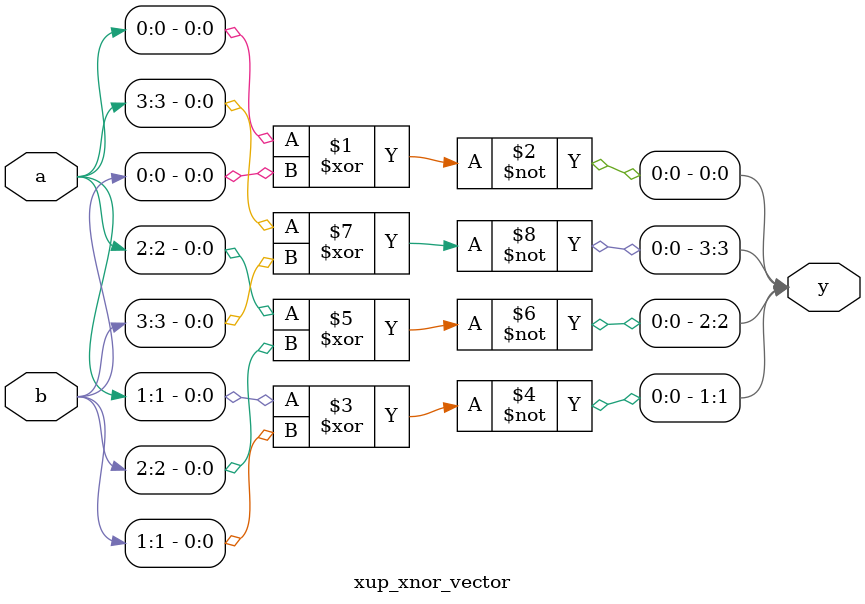
<source format=v>
`timescale 1ns / 1ps
module xup_xnor_vector #(parameter SIZE = 4 , DELAY = 3)(
    input [SIZE-1:0] a,
    input [SIZE-1:0] b,
    output [SIZE-1:0] y
    ); 
    
   genvar i;
    generate
       for (i=0; i < SIZE; i=i+1) 
       begin: xnor_i
          xnor #DELAY(y[i], a[i], b[i]);
       end
    endgenerate
    
endmodule

</source>
